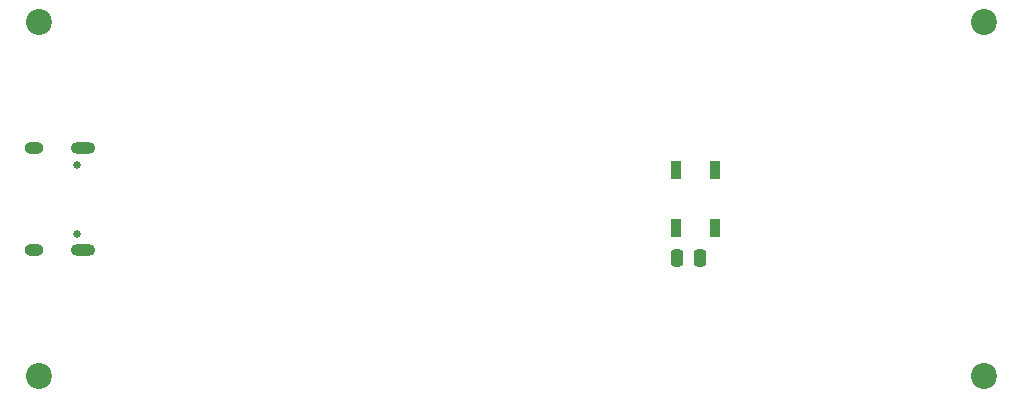
<source format=gbr>
%TF.GenerationSoftware,KiCad,Pcbnew,8.0.6*%
%TF.CreationDate,2024-10-17T21:48:28+02:00*%
%TF.ProjectId,weatherStationBoard,77656174-6865-4725-9374-6174696f6e42,rev?*%
%TF.SameCoordinates,Original*%
%TF.FileFunction,Soldermask,Bot*%
%TF.FilePolarity,Negative*%
%FSLAX46Y46*%
G04 Gerber Fmt 4.6, Leading zero omitted, Abs format (unit mm)*
G04 Created by KiCad (PCBNEW 8.0.6) date 2024-10-17 21:48:28*
%MOMM*%
%LPD*%
G01*
G04 APERTURE LIST*
G04 Aperture macros list*
%AMRoundRect*
0 Rectangle with rounded corners*
0 $1 Rounding radius*
0 $2 $3 $4 $5 $6 $7 $8 $9 X,Y pos of 4 corners*
0 Add a 4 corners polygon primitive as box body*
4,1,4,$2,$3,$4,$5,$6,$7,$8,$9,$2,$3,0*
0 Add four circle primitives for the rounded corners*
1,1,$1+$1,$2,$3*
1,1,$1+$1,$4,$5*
1,1,$1+$1,$6,$7*
1,1,$1+$1,$8,$9*
0 Add four rect primitives between the rounded corners*
20,1,$1+$1,$2,$3,$4,$5,0*
20,1,$1+$1,$4,$5,$6,$7,0*
20,1,$1+$1,$6,$7,$8,$9,0*
20,1,$1+$1,$8,$9,$2,$3,0*%
G04 Aperture macros list end*
%ADD10C,0.650000*%
%ADD11O,2.100000X1.000000*%
%ADD12O,1.600000X1.000000*%
%ADD13C,2.200000*%
%ADD14RoundRect,0.250000X-0.250000X-0.475000X0.250000X-0.475000X0.250000X0.475000X-0.250000X0.475000X0*%
%ADD15RoundRect,0.090000X0.360000X-0.660000X0.360000X0.660000X-0.360000X0.660000X-0.360000X-0.660000X0*%
G04 APERTURE END LIST*
D10*
%TO.C,J1*%
X151725000Y-110615000D03*
X151725000Y-116395000D03*
D11*
X152255000Y-109185000D03*
D12*
X148075000Y-109185000D03*
D11*
X152255000Y-117825000D03*
D12*
X148075000Y-117825000D03*
%TD*%
D13*
%TO.C,H2*%
X228500000Y-98500000D03*
%TD*%
%TO.C,H3*%
X148500000Y-128500000D03*
%TD*%
%TO.C,H4*%
X228500000Y-128500000D03*
%TD*%
%TO.C,H1*%
X148500000Y-98500000D03*
%TD*%
D14*
%TO.C,C11*%
X202550000Y-118500000D03*
X204450000Y-118500000D03*
%TD*%
D15*
%TO.C,D3*%
X205750000Y-115950000D03*
X202450000Y-115950000D03*
X202450000Y-111050000D03*
X205750000Y-111050000D03*
%TD*%
M02*

</source>
